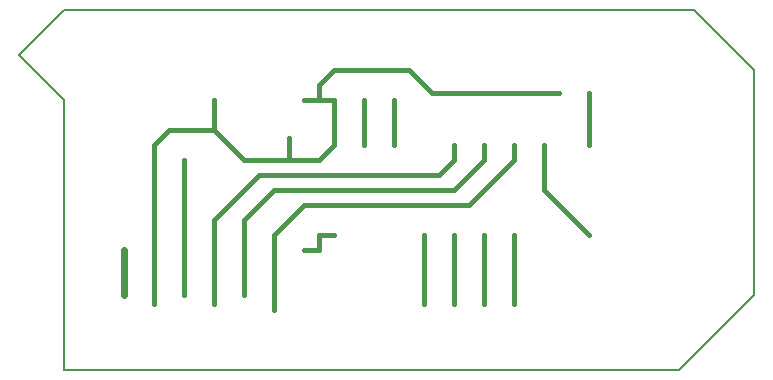
<source format=gbr>
G04 EAGLE Gerber RS-274X export*
G75*
%MOMM*%
%FSLAX34Y34*%
%LPD*%
%INBottom Copper*%
%IPPOS*%
%AMOC8*
5,1,8,0,0,1.08239X$1,22.5*%
G01*
%ADD10C,0.406400*%
%ADD11C,0.609600*%
%ADD12C,0.152400*%


D10*
X203200Y88900D02*
X215900Y88900D01*
X203200Y88900D02*
X203200Y76200D01*
X190500Y76200D01*
D11*
X38100Y76200D02*
X38051Y76200D01*
X38051Y38171D01*
D10*
X215900Y165100D02*
X215900Y203200D01*
X63500Y38171D02*
X63451Y38171D01*
X63500Y38171D02*
X63500Y30500D01*
X203200Y203200D02*
X215900Y203200D01*
X203200Y203200D02*
X190500Y203200D01*
X298450Y209550D02*
X406400Y209550D01*
X298450Y209550D02*
X279400Y228600D01*
X215900Y228600D01*
X203200Y215900D01*
X203200Y203200D01*
X114300Y203200D02*
X114300Y177800D01*
X139700Y152400D02*
X177800Y152400D01*
X203200Y152400D01*
X215900Y165100D01*
X177800Y171450D02*
X177800Y152400D01*
X63500Y165100D02*
X63500Y38171D01*
X63500Y165100D02*
X76200Y177800D01*
X114300Y177800D01*
X139700Y152400D01*
X266700Y165100D02*
X266700Y203200D01*
X241300Y203200D02*
X241300Y165100D01*
X88900Y38171D02*
X88851Y38171D01*
X88900Y38220D02*
X88900Y152400D01*
X88900Y38220D02*
X88851Y38171D01*
X431800Y165100D02*
X431800Y209550D01*
X393700Y127000D02*
X431800Y88900D01*
X393700Y127000D02*
X393700Y165100D01*
X317500Y152400D02*
X304800Y139700D01*
X152400Y139700D01*
X114300Y101600D01*
X114300Y38171D01*
X114251Y38171D01*
X114300Y38171D02*
X114300Y30500D01*
X317500Y152400D02*
X317500Y165100D01*
X342900Y165100D02*
X342900Y152400D01*
X317500Y127000D01*
X165100Y127000D01*
X139700Y101600D01*
X139700Y38220D01*
X139651Y38171D01*
X368300Y152400D02*
X368300Y165100D01*
X368300Y152400D02*
X330200Y114300D01*
X190500Y114300D01*
X165100Y88900D01*
X165100Y38122D01*
X165100Y25400D01*
X165100Y38122D02*
X165051Y38171D01*
X368300Y38100D02*
X368300Y30500D01*
X368300Y38100D02*
X368300Y88900D01*
X368300Y38171D02*
X368300Y38100D01*
X368300Y38122D01*
X368251Y38171D01*
X292100Y38100D02*
X292100Y30500D01*
X292100Y38100D02*
X292100Y88900D01*
X292100Y38171D02*
X292100Y38100D01*
X292051Y38149D02*
X292051Y38171D01*
X292051Y38149D02*
X292100Y38100D01*
X317500Y38100D02*
X317500Y30500D01*
X317500Y38100D02*
X317500Y88900D01*
X317500Y38171D02*
X317500Y38100D01*
X317500Y38122D01*
X317451Y38171D01*
X342900Y38100D02*
X342900Y30500D01*
X342900Y38100D02*
X342900Y88900D01*
X342900Y38171D02*
X342900Y38100D01*
X342900Y38122D01*
X342851Y38171D01*
D12*
X520700Y279400D02*
X-12700Y279400D01*
X520700Y279400D02*
X571500Y228600D01*
X571500Y38100D01*
X508000Y-25400D01*
X-12700Y-25400D01*
X-12700Y203200D01*
X-50800Y241300D01*
X-12700Y279400D01*
M02*

</source>
